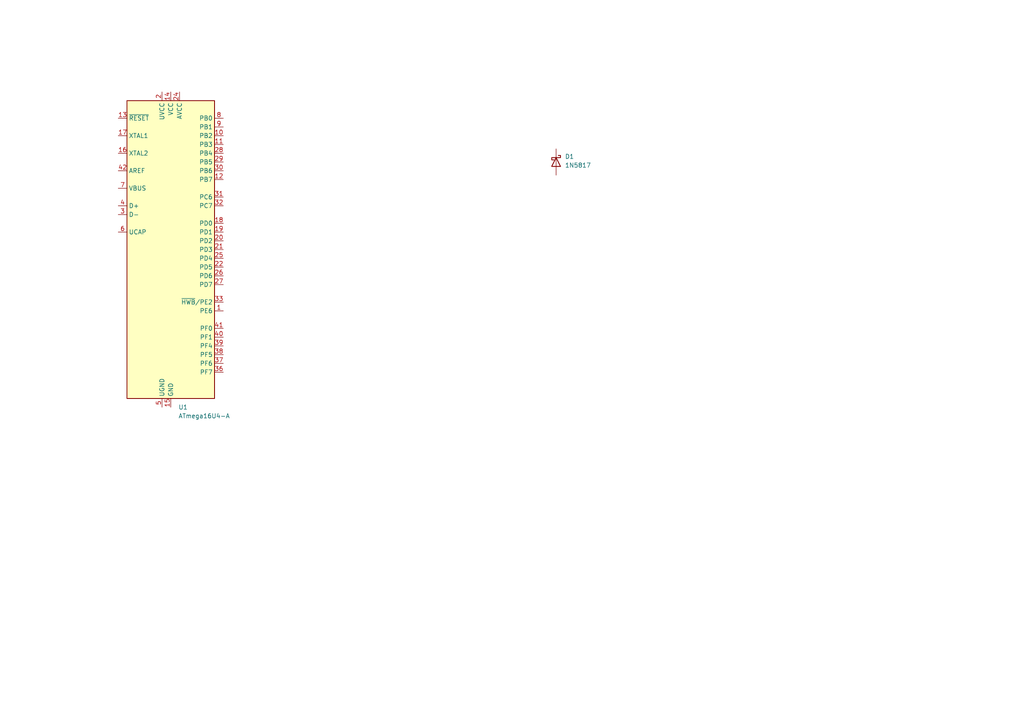
<source format=kicad_sch>
(kicad_sch (version 20231120) (generator "eeschema") (generator_version "8.0")
  (paper "A4")
  (lib_symbols
    (symbol "Diode:1N5817" (pin_numbers hide) (pin_names (offset 1.016) hide)
      (property "Reference" "D" (at 0 2.54 0))
      (property "Value" "1N5817" (at 0 -2.54 0))
      (symbol "1N5817_0_1"
        (polyline (pts (xy 1.27 0) (xy -1.27 0)))
        (polyline (pts (xy 1.27 1.27) (xy 1.27 -1.27) (xy -1.27 0) (xy 1.27 1.27)) (stroke (width 0.254)))
        (polyline (pts (xy -1.905 0.635) (xy -1.905 1.27) (xy -1.27 1.27) (xy -1.27 -1.27) (xy -0.635 -1.27) (xy -0.635 -0.635)) (stroke (width 0.254)))
      )
      (symbol "1N5817_1_1"
        (pin passive line (at -3.81 0 0) (length 2.54) (name "K") (number "1"))
        (pin passive line (at 3.81 0 180) (length 2.54) (name "A") (number "2"))
      )
    )
    (symbol "MCU_Microchip_ATmega:ATmega16U4-A"
      (property "Reference" "U" (at -12.7 44.45 0))
      (property "Value" "ATmega16U4-A" (at 2.54 -44.45 0))
      (symbol "ATmega16U4-A_0_1"
        (rectangle (start -12.7 -43.18) (end 12.7 43.18) (stroke (width 0.254)) (fill (type background)))
      )
      (symbol "ATmega16U4-A_1_1"
        (pin bidirectional line (at 15.24 -17.78 180) (length 2.54) (name "PE6") (number "1"))
        (pin bidirectional line (at 15.24 33.02 180) (length 2.54) (name "PB2") (number "10"))
        (pin bidirectional line (at 15.24 30.48 180) (length 2.54) (name "PB3") (number "11"))
        (pin bidirectional line (at 15.24 20.32 180) (length 2.54) (name "PB7") (number "12"))
        (pin input line (at -15.24 38.1 0) (length 2.54) (name "~{RESET}") (number "13"))
        (pin power_in line (at 0 45.72 270) (length 2.54) (name "VCC") (number "14"))
        (pin power_in line (at 0 -45.72 90) (length 2.54) (name "GND") (number "15"))
        (pin output line (at -15.24 27.94 0) (length 2.54) (name "XTAL2") (number "16"))
        (pin input line (at -15.24 33.02 0) (length 2.54) (name "XTAL1") (number "17"))
        (pin bidirectional line (at 15.24 7.62 180) (length 2.54) (name "PD0") (number "18"))
        (pin bidirectional line (at 15.24 5.08 180) (length 2.54) (name "PD1") (number "19"))
        (pin power_in line (at -2.54 45.72 270) (length 2.54) (name "UVCC") (number "2"))
        (pin bidirectional line (at 15.24 2.54 180) (length 2.54) (name "PD2") (number "20"))
        (pin bidirectional line (at 15.24 0 180) (length 2.54) (name "PD3") (number "21"))
        (pin bidirectional line (at 15.24 -5.08 180) (length 2.54) (name "PD5") (number "22"))
        (pin passive line (at 0 -45.72 90) (length 2.54) hide (name "GND") (number "23"))
        (pin power_in line (at 2.54 45.72 270) (length 2.54) (name "AVCC") (number "24"))
        (pin bidirectional line (at 15.24 -2.54 180) (length 2.54) (name "PD4") (number "25"))
        (pin bidirectional line (at 15.24 -7.62 180) (length 2.54) (name "PD6") (number "26"))
        (pin bidirectional line (at 15.24 -10.16 180) (length 2.54) (name "PD7") (number "27"))
        (pin bidirectional line (at 15.24 27.94 180) (length 2.54) (name "PB4") (number "28"))
        (pin bidirectional line (at 15.24 25.4 180) (length 2.54) (name "PB5") (number "29"))
        (pin bidirectional line (at -15.24 10.16 0) (length 2.54) (name "D-") (number "3"))
        (pin bidirectional line (at 15.24 22.86 180) (length 2.54) (name "PB6") (number "30"))
        (pin bidirectional line (at 15.24 15.24 180) (length 2.54) (name "PC6") (number "31"))
        (pin bidirectional line (at 15.24 12.7 180) (length 2.54) (name "PC7") (number "32"))
        (pin bidirectional line (at 15.24 -15.24 180) (length 2.54) (name "~{HWB}/PE2") (number "33"))
        (pin passive line (at 0 45.72 270) (length 2.54) hide (name "VCC") (number "34"))
        (pin passive line (at 0 -45.72 90) (length 2.54) hide (name "GND") (number "35"))
        (pin bidirectional line (at 15.24 -35.56 180) (length 2.54) (name "PF7") (number "36"))
        (pin bidirectional line (at 15.24 -33.02 180) (length 2.54) (name "PF6") (number "37"))
        (pin bidirectional line (at 15.24 -30.48 180) (length 2.54) (name "PF5") (number "38"))
        (pin bidirectional line (at 15.24 -27.94 180) (length 2.54) (name "PF4") (number "39"))
        (pin bidirectional line (at -15.24 12.7 0) (length 2.54) (name "D+") (number "4"))
        (pin bidirectional line (at 15.24 -25.4 180) (length 2.54) (name "PF1") (number "40"))
        (pin bidirectional line (at 15.24 -22.86 180) (length 2.54) (name "PF0") (number "41"))
        (pin passive line (at -15.24 22.86 0) (length 2.54) (name "AREF") (number "42"))
        (pin passive line (at 0 -45.72 90) (length 2.54) hide (name "GND") (number "43"))
        (pin passive line (at 2.54 45.72 270) (length 2.54) hide (name "AVCC") (number "44"))
        (pin passive line (at -2.54 -45.72 90) (length 2.54) (name "UGND") (number "5"))
        (pin passive line (at -15.24 5.08 0) (length 2.54) (name "UCAP") (number "6"))
        (pin input line (at -15.24 17.78 0) (length 2.54) (name "VBUS") (number "7"))
        (pin bidirectional line (at 15.24 38.1 180) (length 2.54) (name "PB0") (number "8"))
        (pin bidirectional line (at 15.24 35.56 180) (length 2.54) (name "PB1") (number "9"))
      )
    )
  )
  (symbol (lib_id "Diode:1N5817") (at 161.29 46.99 270) (unit 1)
    (property "Reference" "D1" (at 163.83 45.4024 90) (effects (justify left)))
    (property "Value" "1N5817" (at 163.83 47.9424 90) (effects (justify left)))
    (property "Footprint" "Diode_THT:D_DO-41_SOD81_P10.16mm_Horizontal" (effects (hide yes)))
    (property "Datasheet" "http://www.vishay.com/docs/88525/1n5817.pdf" (effects (hide yes)))
    (property "Description" "20V 1A Schottky Barrier Rectifier Diode, DO-41" (effects (hide yes)))
  )
  (symbol (lib_id "MCU_Microchip_ATmega:ATmega16U4-A") (at 49.53 72.39 0) (unit 1)
    (property "Reference" "U1" (at 51.7241 118.11 0) (effects (justify left)))
    (property "Value" "ATmega16U4-A" (at 51.7241 120.65 0) (effects (justify left)))
    (property "Footprint" "Package_QFP:TQFP-44_10x10mm_P0.8mm" (effects (hide yes)))
    (property "Datasheet" "http://ww1.microchip.com/downloads/en/DeviceDoc/Atmel-7766-8-bit-AVR-ATmega16U4-32U4_Datasheet.pdf" (effects (hide yes)))
    (property "Description" "16MHz, 16kB Flash, 1.25kB SRAM, 512B EEPROM, USB 2.0, TQFP-44" (effects (hide yes)))
  )
)
</source>
